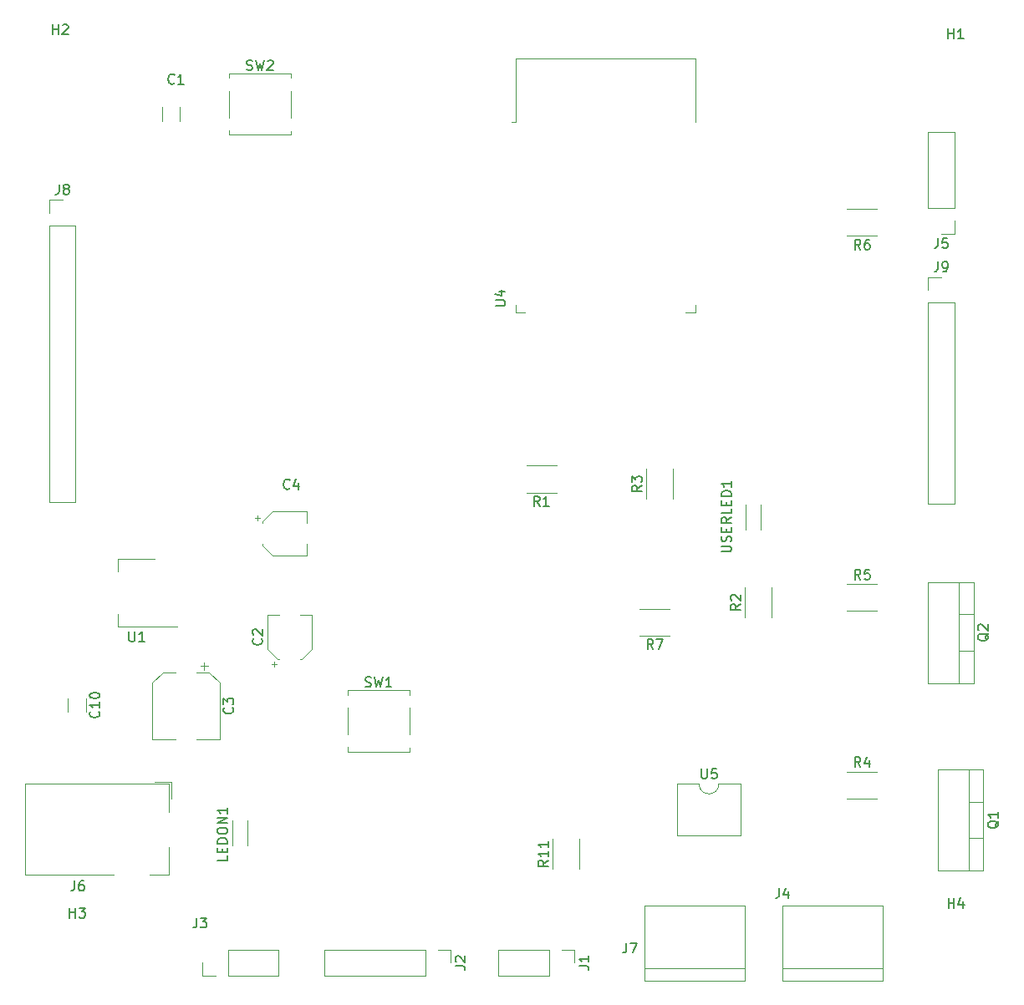
<source format=gbr>
%TF.GenerationSoftware,KiCad,Pcbnew,(6.0.7)*%
%TF.CreationDate,2022-10-25T10:47:54-05:00*%
%TF.ProjectId,Embebidos1,456d6265-6269-4646-9f73-312e6b696361,rev?*%
%TF.SameCoordinates,Original*%
%TF.FileFunction,Legend,Top*%
%TF.FilePolarity,Positive*%
%FSLAX46Y46*%
G04 Gerber Fmt 4.6, Leading zero omitted, Abs format (unit mm)*
G04 Created by KiCad (PCBNEW (6.0.7)) date 2022-10-25 10:47:54*
%MOMM*%
%LPD*%
G01*
G04 APERTURE LIST*
%ADD10C,0.150000*%
%ADD11C,0.120000*%
G04 APERTURE END LIST*
D10*
%TO.C,J6*%
X41216666Y-108702380D02*
X41216666Y-109416666D01*
X41169047Y-109559523D01*
X41073809Y-109654761D01*
X40930952Y-109702380D01*
X40835714Y-109702380D01*
X42121428Y-108702380D02*
X41930952Y-108702380D01*
X41835714Y-108750000D01*
X41788095Y-108797619D01*
X41692857Y-108940476D01*
X41645238Y-109130952D01*
X41645238Y-109511904D01*
X41692857Y-109607142D01*
X41740476Y-109654761D01*
X41835714Y-109702380D01*
X42026190Y-109702380D01*
X42121428Y-109654761D01*
X42169047Y-109607142D01*
X42216666Y-109511904D01*
X42216666Y-109273809D01*
X42169047Y-109178571D01*
X42121428Y-109130952D01*
X42026190Y-109083333D01*
X41835714Y-109083333D01*
X41740476Y-109130952D01*
X41692857Y-109178571D01*
X41645238Y-109273809D01*
%TO.C,J9*%
X128666666Y-45972380D02*
X128666666Y-46686666D01*
X128619047Y-46829523D01*
X128523809Y-46924761D01*
X128380952Y-46972380D01*
X128285714Y-46972380D01*
X129190476Y-46972380D02*
X129380952Y-46972380D01*
X129476190Y-46924761D01*
X129523809Y-46877142D01*
X129619047Y-46734285D01*
X129666666Y-46543809D01*
X129666666Y-46162857D01*
X129619047Y-46067619D01*
X129571428Y-46020000D01*
X129476190Y-45972380D01*
X129285714Y-45972380D01*
X129190476Y-46020000D01*
X129142857Y-46067619D01*
X129095238Y-46162857D01*
X129095238Y-46400952D01*
X129142857Y-46496190D01*
X129190476Y-46543809D01*
X129285714Y-46591428D01*
X129476190Y-46591428D01*
X129571428Y-46543809D01*
X129619047Y-46496190D01*
X129666666Y-46400952D01*
%TO.C,J8*%
X39666666Y-38147380D02*
X39666666Y-38861666D01*
X39619047Y-39004523D01*
X39523809Y-39099761D01*
X39380952Y-39147380D01*
X39285714Y-39147380D01*
X40285714Y-38575952D02*
X40190476Y-38528333D01*
X40142857Y-38480714D01*
X40095238Y-38385476D01*
X40095238Y-38337857D01*
X40142857Y-38242619D01*
X40190476Y-38195000D01*
X40285714Y-38147380D01*
X40476190Y-38147380D01*
X40571428Y-38195000D01*
X40619047Y-38242619D01*
X40666666Y-38337857D01*
X40666666Y-38385476D01*
X40619047Y-38480714D01*
X40571428Y-38528333D01*
X40476190Y-38575952D01*
X40285714Y-38575952D01*
X40190476Y-38623571D01*
X40142857Y-38671190D01*
X40095238Y-38766428D01*
X40095238Y-38956904D01*
X40142857Y-39052142D01*
X40190476Y-39099761D01*
X40285714Y-39147380D01*
X40476190Y-39147380D01*
X40571428Y-39099761D01*
X40619047Y-39052142D01*
X40666666Y-38956904D01*
X40666666Y-38766428D01*
X40619047Y-38671190D01*
X40571428Y-38623571D01*
X40476190Y-38575952D01*
%TO.C,C10*%
X43664742Y-91549257D02*
X43712361Y-91596876D01*
X43759980Y-91739733D01*
X43759980Y-91834971D01*
X43712361Y-91977828D01*
X43617123Y-92073066D01*
X43521885Y-92120685D01*
X43331409Y-92168304D01*
X43188552Y-92168304D01*
X42998076Y-92120685D01*
X42902838Y-92073066D01*
X42807600Y-91977828D01*
X42759980Y-91834971D01*
X42759980Y-91739733D01*
X42807600Y-91596876D01*
X42855219Y-91549257D01*
X43759980Y-90596876D02*
X43759980Y-91168304D01*
X43759980Y-90882590D02*
X42759980Y-90882590D01*
X42902838Y-90977828D01*
X42998076Y-91073066D01*
X43045695Y-91168304D01*
X42759980Y-89977828D02*
X42759980Y-89882590D01*
X42807600Y-89787352D01*
X42855219Y-89739733D01*
X42950457Y-89692114D01*
X43140933Y-89644495D01*
X43379028Y-89644495D01*
X43569504Y-89692114D01*
X43664742Y-89739733D01*
X43712361Y-89787352D01*
X43759980Y-89882590D01*
X43759980Y-89977828D01*
X43712361Y-90073066D01*
X43664742Y-90120685D01*
X43569504Y-90168304D01*
X43379028Y-90215923D01*
X43140933Y-90215923D01*
X42950457Y-90168304D01*
X42855219Y-90120685D01*
X42807600Y-90073066D01*
X42759980Y-89977828D01*
%TO.C,Q2*%
X133817619Y-83635238D02*
X133770000Y-83730476D01*
X133674761Y-83825714D01*
X133531904Y-83968571D01*
X133484285Y-84063809D01*
X133484285Y-84159047D01*
X133722380Y-84111428D02*
X133674761Y-84206666D01*
X133579523Y-84301904D01*
X133389047Y-84349523D01*
X133055714Y-84349523D01*
X132865238Y-84301904D01*
X132770000Y-84206666D01*
X132722380Y-84111428D01*
X132722380Y-83920952D01*
X132770000Y-83825714D01*
X132865238Y-83730476D01*
X133055714Y-83682857D01*
X133389047Y-83682857D01*
X133579523Y-83730476D01*
X133674761Y-83825714D01*
X133722380Y-83920952D01*
X133722380Y-84111428D01*
X132817619Y-83301904D02*
X132770000Y-83254285D01*
X132722380Y-83159047D01*
X132722380Y-82920952D01*
X132770000Y-82825714D01*
X132817619Y-82778095D01*
X132912857Y-82730476D01*
X133008095Y-82730476D01*
X133150952Y-82778095D01*
X133722380Y-83349523D01*
X133722380Y-82730476D01*
%TO.C,J2*%
X79782380Y-117333333D02*
X80496666Y-117333333D01*
X80639523Y-117380952D01*
X80734761Y-117476190D01*
X80782380Y-117619047D01*
X80782380Y-117714285D01*
X79877619Y-116904761D02*
X79830000Y-116857142D01*
X79782380Y-116761904D01*
X79782380Y-116523809D01*
X79830000Y-116428571D01*
X79877619Y-116380952D01*
X79972857Y-116333333D01*
X80068095Y-116333333D01*
X80210952Y-116380952D01*
X80782380Y-116952380D01*
X80782380Y-116333333D01*
%TO.C,U4*%
X83842380Y-50441904D02*
X84651904Y-50441904D01*
X84747142Y-50394285D01*
X84794761Y-50346666D01*
X84842380Y-50251428D01*
X84842380Y-50060952D01*
X84794761Y-49965714D01*
X84747142Y-49918095D01*
X84651904Y-49870476D01*
X83842380Y-49870476D01*
X84175714Y-48965714D02*
X84842380Y-48965714D01*
X83794761Y-49203809D02*
X84509047Y-49441904D01*
X84509047Y-48822857D01*
%TO.C,C2*%
X60157142Y-84166666D02*
X60204761Y-84214285D01*
X60252380Y-84357142D01*
X60252380Y-84452380D01*
X60204761Y-84595238D01*
X60109523Y-84690476D01*
X60014285Y-84738095D01*
X59823809Y-84785714D01*
X59680952Y-84785714D01*
X59490476Y-84738095D01*
X59395238Y-84690476D01*
X59300000Y-84595238D01*
X59252380Y-84452380D01*
X59252380Y-84357142D01*
X59300000Y-84214285D01*
X59347619Y-84166666D01*
X59347619Y-83785714D02*
X59300000Y-83738095D01*
X59252380Y-83642857D01*
X59252380Y-83404761D01*
X59300000Y-83309523D01*
X59347619Y-83261904D01*
X59442857Y-83214285D01*
X59538095Y-83214285D01*
X59680952Y-83261904D01*
X60252380Y-83833333D01*
X60252380Y-83214285D01*
%TO.C,J4*%
X112586666Y-109452380D02*
X112586666Y-110166666D01*
X112539047Y-110309523D01*
X112443809Y-110404761D01*
X112300952Y-110452380D01*
X112205714Y-110452380D01*
X113491428Y-109785714D02*
X113491428Y-110452380D01*
X113253333Y-109404761D02*
X113015238Y-110119047D01*
X113634285Y-110119047D01*
%TO.C,J1*%
X92307380Y-117333333D02*
X93021666Y-117333333D01*
X93164523Y-117380952D01*
X93259761Y-117476190D01*
X93307380Y-117619047D01*
X93307380Y-117714285D01*
X93307380Y-116333333D02*
X93307380Y-116904761D01*
X93307380Y-116619047D02*
X92307380Y-116619047D01*
X92450238Y-116714285D01*
X92545476Y-116809523D01*
X92593095Y-116904761D01*
%TO.C,R11*%
X89172380Y-106642857D02*
X88696190Y-106976190D01*
X89172380Y-107214285D02*
X88172380Y-107214285D01*
X88172380Y-106833333D01*
X88220000Y-106738095D01*
X88267619Y-106690476D01*
X88362857Y-106642857D01*
X88505714Y-106642857D01*
X88600952Y-106690476D01*
X88648571Y-106738095D01*
X88696190Y-106833333D01*
X88696190Y-107214285D01*
X89172380Y-105690476D02*
X89172380Y-106261904D01*
X89172380Y-105976190D02*
X88172380Y-105976190D01*
X88315238Y-106071428D01*
X88410476Y-106166666D01*
X88458095Y-106261904D01*
X89172380Y-104738095D02*
X89172380Y-105309523D01*
X89172380Y-105023809D02*
X88172380Y-105023809D01*
X88315238Y-105119047D01*
X88410476Y-105214285D01*
X88458095Y-105309523D01*
%TO.C,R5*%
X120833333Y-78172380D02*
X120500000Y-77696190D01*
X120261904Y-78172380D02*
X120261904Y-77172380D01*
X120642857Y-77172380D01*
X120738095Y-77220000D01*
X120785714Y-77267619D01*
X120833333Y-77362857D01*
X120833333Y-77505714D01*
X120785714Y-77600952D01*
X120738095Y-77648571D01*
X120642857Y-77696190D01*
X120261904Y-77696190D01*
X121738095Y-77172380D02*
X121261904Y-77172380D01*
X121214285Y-77648571D01*
X121261904Y-77600952D01*
X121357142Y-77553333D01*
X121595238Y-77553333D01*
X121690476Y-77600952D01*
X121738095Y-77648571D01*
X121785714Y-77743809D01*
X121785714Y-77981904D01*
X121738095Y-78077142D01*
X121690476Y-78124761D01*
X121595238Y-78172380D01*
X121357142Y-78172380D01*
X121261904Y-78124761D01*
X121214285Y-78077142D01*
%TO.C,H1*%
X129678095Y-23332380D02*
X129678095Y-22332380D01*
X129678095Y-22808571D02*
X130249523Y-22808571D01*
X130249523Y-23332380D02*
X130249523Y-22332380D01*
X131249523Y-23332380D02*
X130678095Y-23332380D01*
X130963809Y-23332380D02*
X130963809Y-22332380D01*
X130868571Y-22475238D01*
X130773333Y-22570476D01*
X130678095Y-22618095D01*
%TO.C,H3*%
X40738095Y-112452380D02*
X40738095Y-111452380D01*
X40738095Y-111928571D02*
X41309523Y-111928571D01*
X41309523Y-112452380D02*
X41309523Y-111452380D01*
X41690476Y-111452380D02*
X42309523Y-111452380D01*
X41976190Y-111833333D01*
X42119047Y-111833333D01*
X42214285Y-111880952D01*
X42261904Y-111928571D01*
X42309523Y-112023809D01*
X42309523Y-112261904D01*
X42261904Y-112357142D01*
X42214285Y-112404761D01*
X42119047Y-112452380D01*
X41833333Y-112452380D01*
X41738095Y-112404761D01*
X41690476Y-112357142D01*
%TO.C,R2*%
X108672380Y-80666666D02*
X108196190Y-81000000D01*
X108672380Y-81238095D02*
X107672380Y-81238095D01*
X107672380Y-80857142D01*
X107720000Y-80761904D01*
X107767619Y-80714285D01*
X107862857Y-80666666D01*
X108005714Y-80666666D01*
X108100952Y-80714285D01*
X108148571Y-80761904D01*
X108196190Y-80857142D01*
X108196190Y-81238095D01*
X107767619Y-80285714D02*
X107720000Y-80238095D01*
X107672380Y-80142857D01*
X107672380Y-79904761D01*
X107720000Y-79809523D01*
X107767619Y-79761904D01*
X107862857Y-79714285D01*
X107958095Y-79714285D01*
X108100952Y-79761904D01*
X108672380Y-80333333D01*
X108672380Y-79714285D01*
%TO.C,R3*%
X98672380Y-68666666D02*
X98196190Y-69000000D01*
X98672380Y-69238095D02*
X97672380Y-69238095D01*
X97672380Y-68857142D01*
X97720000Y-68761904D01*
X97767619Y-68714285D01*
X97862857Y-68666666D01*
X98005714Y-68666666D01*
X98100952Y-68714285D01*
X98148571Y-68761904D01*
X98196190Y-68857142D01*
X98196190Y-69238095D01*
X97672380Y-68333333D02*
X97672380Y-67714285D01*
X98053333Y-68047619D01*
X98053333Y-67904761D01*
X98100952Y-67809523D01*
X98148571Y-67761904D01*
X98243809Y-67714285D01*
X98481904Y-67714285D01*
X98577142Y-67761904D01*
X98624761Y-67809523D01*
X98672380Y-67904761D01*
X98672380Y-68190476D01*
X98624761Y-68285714D01*
X98577142Y-68333333D01*
%TO.C,SW1*%
X70666666Y-89004761D02*
X70809523Y-89052380D01*
X71047619Y-89052380D01*
X71142857Y-89004761D01*
X71190476Y-88957142D01*
X71238095Y-88861904D01*
X71238095Y-88766666D01*
X71190476Y-88671428D01*
X71142857Y-88623809D01*
X71047619Y-88576190D01*
X70857142Y-88528571D01*
X70761904Y-88480952D01*
X70714285Y-88433333D01*
X70666666Y-88338095D01*
X70666666Y-88242857D01*
X70714285Y-88147619D01*
X70761904Y-88100000D01*
X70857142Y-88052380D01*
X71095238Y-88052380D01*
X71238095Y-88100000D01*
X71571428Y-88052380D02*
X71809523Y-89052380D01*
X72000000Y-88338095D01*
X72190476Y-89052380D01*
X72428571Y-88052380D01*
X73333333Y-89052380D02*
X72761904Y-89052380D01*
X73047619Y-89052380D02*
X73047619Y-88052380D01*
X72952380Y-88195238D01*
X72857142Y-88290476D01*
X72761904Y-88338095D01*
%TO.C,H2*%
X39008095Y-22922380D02*
X39008095Y-21922380D01*
X39008095Y-22398571D02*
X39579523Y-22398571D01*
X39579523Y-22922380D02*
X39579523Y-21922380D01*
X40008095Y-22017619D02*
X40055714Y-21970000D01*
X40150952Y-21922380D01*
X40389047Y-21922380D01*
X40484285Y-21970000D01*
X40531904Y-22017619D01*
X40579523Y-22112857D01*
X40579523Y-22208095D01*
X40531904Y-22350952D01*
X39960476Y-22922380D01*
X40579523Y-22922380D01*
%TO.C,J5*%
X128666666Y-43582380D02*
X128666666Y-44296666D01*
X128619047Y-44439523D01*
X128523809Y-44534761D01*
X128380952Y-44582380D01*
X128285714Y-44582380D01*
X129619047Y-43582380D02*
X129142857Y-43582380D01*
X129095238Y-44058571D01*
X129142857Y-44010952D01*
X129238095Y-43963333D01*
X129476190Y-43963333D01*
X129571428Y-44010952D01*
X129619047Y-44058571D01*
X129666666Y-44153809D01*
X129666666Y-44391904D01*
X129619047Y-44487142D01*
X129571428Y-44534761D01*
X129476190Y-44582380D01*
X129238095Y-44582380D01*
X129142857Y-44534761D01*
X129095238Y-44487142D01*
%TO.C,R7*%
X99833333Y-85232380D02*
X99500000Y-84756190D01*
X99261904Y-85232380D02*
X99261904Y-84232380D01*
X99642857Y-84232380D01*
X99738095Y-84280000D01*
X99785714Y-84327619D01*
X99833333Y-84422857D01*
X99833333Y-84565714D01*
X99785714Y-84660952D01*
X99738095Y-84708571D01*
X99642857Y-84756190D01*
X99261904Y-84756190D01*
X100166666Y-84232380D02*
X100833333Y-84232380D01*
X100404761Y-85232380D01*
%TO.C,Q1*%
X134817619Y-102635238D02*
X134770000Y-102730476D01*
X134674761Y-102825714D01*
X134531904Y-102968571D01*
X134484285Y-103063809D01*
X134484285Y-103159047D01*
X134722380Y-103111428D02*
X134674761Y-103206666D01*
X134579523Y-103301904D01*
X134389047Y-103349523D01*
X134055714Y-103349523D01*
X133865238Y-103301904D01*
X133770000Y-103206666D01*
X133722380Y-103111428D01*
X133722380Y-102920952D01*
X133770000Y-102825714D01*
X133865238Y-102730476D01*
X134055714Y-102682857D01*
X134389047Y-102682857D01*
X134579523Y-102730476D01*
X134674761Y-102825714D01*
X134722380Y-102920952D01*
X134722380Y-103111428D01*
X134722380Y-101730476D02*
X134722380Y-102301904D01*
X134722380Y-102016190D02*
X133722380Y-102016190D01*
X133865238Y-102111428D01*
X133960476Y-102206666D01*
X134008095Y-102301904D01*
%TO.C,C4*%
X63018733Y-68929542D02*
X62971114Y-68977161D01*
X62828257Y-69024780D01*
X62733019Y-69024780D01*
X62590161Y-68977161D01*
X62494923Y-68881923D01*
X62447304Y-68786685D01*
X62399685Y-68596209D01*
X62399685Y-68453352D01*
X62447304Y-68262876D01*
X62494923Y-68167638D01*
X62590161Y-68072400D01*
X62733019Y-68024780D01*
X62828257Y-68024780D01*
X62971114Y-68072400D01*
X63018733Y-68120019D01*
X63875876Y-68358114D02*
X63875876Y-69024780D01*
X63637780Y-67977161D02*
X63399685Y-68691447D01*
X64018733Y-68691447D01*
%TO.C,C3*%
X57207142Y-91166666D02*
X57254761Y-91214285D01*
X57302380Y-91357142D01*
X57302380Y-91452380D01*
X57254761Y-91595238D01*
X57159523Y-91690476D01*
X57064285Y-91738095D01*
X56873809Y-91785714D01*
X56730952Y-91785714D01*
X56540476Y-91738095D01*
X56445238Y-91690476D01*
X56350000Y-91595238D01*
X56302380Y-91452380D01*
X56302380Y-91357142D01*
X56350000Y-91214285D01*
X56397619Y-91166666D01*
X56302380Y-90833333D02*
X56302380Y-90214285D01*
X56683333Y-90547619D01*
X56683333Y-90404761D01*
X56730952Y-90309523D01*
X56778571Y-90261904D01*
X56873809Y-90214285D01*
X57111904Y-90214285D01*
X57207142Y-90261904D01*
X57254761Y-90309523D01*
X57302380Y-90404761D01*
X57302380Y-90690476D01*
X57254761Y-90785714D01*
X57207142Y-90833333D01*
%TO.C,R4*%
X120833333Y-97172380D02*
X120500000Y-96696190D01*
X120261904Y-97172380D02*
X120261904Y-96172380D01*
X120642857Y-96172380D01*
X120738095Y-96220000D01*
X120785714Y-96267619D01*
X120833333Y-96362857D01*
X120833333Y-96505714D01*
X120785714Y-96600952D01*
X120738095Y-96648571D01*
X120642857Y-96696190D01*
X120261904Y-96696190D01*
X121690476Y-96505714D02*
X121690476Y-97172380D01*
X121452380Y-96124761D02*
X121214285Y-96839047D01*
X121833333Y-96839047D01*
%TO.C,U1*%
X46738095Y-83452380D02*
X46738095Y-84261904D01*
X46785714Y-84357142D01*
X46833333Y-84404761D01*
X46928571Y-84452380D01*
X47119047Y-84452380D01*
X47214285Y-84404761D01*
X47261904Y-84357142D01*
X47309523Y-84261904D01*
X47309523Y-83452380D01*
X48309523Y-84452380D02*
X47738095Y-84452380D01*
X48023809Y-84452380D02*
X48023809Y-83452380D01*
X47928571Y-83595238D01*
X47833333Y-83690476D01*
X47738095Y-83738095D01*
%TO.C,USERLED1*%
X106734580Y-75344419D02*
X107544104Y-75344419D01*
X107639342Y-75296800D01*
X107686961Y-75249180D01*
X107734580Y-75153942D01*
X107734580Y-74963466D01*
X107686961Y-74868228D01*
X107639342Y-74820609D01*
X107544104Y-74772990D01*
X106734580Y-74772990D01*
X107686961Y-74344419D02*
X107734580Y-74201561D01*
X107734580Y-73963466D01*
X107686961Y-73868228D01*
X107639342Y-73820609D01*
X107544104Y-73772990D01*
X107448866Y-73772990D01*
X107353628Y-73820609D01*
X107306009Y-73868228D01*
X107258390Y-73963466D01*
X107210771Y-74153942D01*
X107163152Y-74249180D01*
X107115533Y-74296800D01*
X107020295Y-74344419D01*
X106925057Y-74344419D01*
X106829819Y-74296800D01*
X106782200Y-74249180D01*
X106734580Y-74153942D01*
X106734580Y-73915847D01*
X106782200Y-73772990D01*
X107210771Y-73344419D02*
X107210771Y-73011085D01*
X107734580Y-72868228D02*
X107734580Y-73344419D01*
X106734580Y-73344419D01*
X106734580Y-72868228D01*
X107734580Y-71868228D02*
X107258390Y-72201561D01*
X107734580Y-72439657D02*
X106734580Y-72439657D01*
X106734580Y-72058704D01*
X106782200Y-71963466D01*
X106829819Y-71915847D01*
X106925057Y-71868228D01*
X107067914Y-71868228D01*
X107163152Y-71915847D01*
X107210771Y-71963466D01*
X107258390Y-72058704D01*
X107258390Y-72439657D01*
X107734580Y-70963466D02*
X107734580Y-71439657D01*
X106734580Y-71439657D01*
X107210771Y-70630133D02*
X107210771Y-70296800D01*
X107734580Y-70153942D02*
X107734580Y-70630133D01*
X106734580Y-70630133D01*
X106734580Y-70153942D01*
X107734580Y-69725371D02*
X106734580Y-69725371D01*
X106734580Y-69487276D01*
X106782200Y-69344419D01*
X106877438Y-69249180D01*
X106972676Y-69201561D01*
X107163152Y-69153942D01*
X107306009Y-69153942D01*
X107496485Y-69201561D01*
X107591723Y-69249180D01*
X107686961Y-69344419D01*
X107734580Y-69487276D01*
X107734580Y-69725371D01*
X107734580Y-68201561D02*
X107734580Y-68772990D01*
X107734580Y-68487276D02*
X106734580Y-68487276D01*
X106877438Y-68582514D01*
X106972676Y-68677752D01*
X107020295Y-68772990D01*
%TO.C,SW2*%
X58666666Y-26504761D02*
X58809523Y-26552380D01*
X59047619Y-26552380D01*
X59142857Y-26504761D01*
X59190476Y-26457142D01*
X59238095Y-26361904D01*
X59238095Y-26266666D01*
X59190476Y-26171428D01*
X59142857Y-26123809D01*
X59047619Y-26076190D01*
X58857142Y-26028571D01*
X58761904Y-25980952D01*
X58714285Y-25933333D01*
X58666666Y-25838095D01*
X58666666Y-25742857D01*
X58714285Y-25647619D01*
X58761904Y-25600000D01*
X58857142Y-25552380D01*
X59095238Y-25552380D01*
X59238095Y-25600000D01*
X59571428Y-25552380D02*
X59809523Y-26552380D01*
X60000000Y-25838095D01*
X60190476Y-26552380D01*
X60428571Y-25552380D01*
X60761904Y-25647619D02*
X60809523Y-25600000D01*
X60904761Y-25552380D01*
X61142857Y-25552380D01*
X61238095Y-25600000D01*
X61285714Y-25647619D01*
X61333333Y-25742857D01*
X61333333Y-25838095D01*
X61285714Y-25980952D01*
X60714285Y-26552380D01*
X61333333Y-26552380D01*
%TO.C,U5*%
X104718095Y-97347380D02*
X104718095Y-98156904D01*
X104765714Y-98252142D01*
X104813333Y-98299761D01*
X104908571Y-98347380D01*
X105099047Y-98347380D01*
X105194285Y-98299761D01*
X105241904Y-98252142D01*
X105289523Y-98156904D01*
X105289523Y-97347380D01*
X106241904Y-97347380D02*
X105765714Y-97347380D01*
X105718095Y-97823571D01*
X105765714Y-97775952D01*
X105860952Y-97728333D01*
X106099047Y-97728333D01*
X106194285Y-97775952D01*
X106241904Y-97823571D01*
X106289523Y-97918809D01*
X106289523Y-98156904D01*
X106241904Y-98252142D01*
X106194285Y-98299761D01*
X106099047Y-98347380D01*
X105860952Y-98347380D01*
X105765714Y-98299761D01*
X105718095Y-98252142D01*
%TO.C,LEDON1*%
X56702380Y-106166666D02*
X56702380Y-106642857D01*
X55702380Y-106642857D01*
X56178571Y-105833333D02*
X56178571Y-105500000D01*
X56702380Y-105357142D02*
X56702380Y-105833333D01*
X55702380Y-105833333D01*
X55702380Y-105357142D01*
X56702380Y-104928571D02*
X55702380Y-104928571D01*
X55702380Y-104690476D01*
X55750000Y-104547619D01*
X55845238Y-104452380D01*
X55940476Y-104404761D01*
X56130952Y-104357142D01*
X56273809Y-104357142D01*
X56464285Y-104404761D01*
X56559523Y-104452380D01*
X56654761Y-104547619D01*
X56702380Y-104690476D01*
X56702380Y-104928571D01*
X55702380Y-103738095D02*
X55702380Y-103547619D01*
X55750000Y-103452380D01*
X55845238Y-103357142D01*
X56035714Y-103309523D01*
X56369047Y-103309523D01*
X56559523Y-103357142D01*
X56654761Y-103452380D01*
X56702380Y-103547619D01*
X56702380Y-103738095D01*
X56654761Y-103833333D01*
X56559523Y-103928571D01*
X56369047Y-103976190D01*
X56035714Y-103976190D01*
X55845238Y-103928571D01*
X55750000Y-103833333D01*
X55702380Y-103738095D01*
X56702380Y-102880952D02*
X55702380Y-102880952D01*
X56702380Y-102309523D01*
X55702380Y-102309523D01*
X56702380Y-101309523D02*
X56702380Y-101880952D01*
X56702380Y-101595238D02*
X55702380Y-101595238D01*
X55845238Y-101690476D01*
X55940476Y-101785714D01*
X55988095Y-101880952D01*
%TO.C,H4*%
X129738095Y-111452380D02*
X129738095Y-110452380D01*
X129738095Y-110928571D02*
X130309523Y-110928571D01*
X130309523Y-111452380D02*
X130309523Y-110452380D01*
X131214285Y-110785714D02*
X131214285Y-111452380D01*
X130976190Y-110404761D02*
X130738095Y-111119047D01*
X131357142Y-111119047D01*
%TO.C,C1*%
X51333333Y-27857142D02*
X51285714Y-27904761D01*
X51142857Y-27952380D01*
X51047619Y-27952380D01*
X50904761Y-27904761D01*
X50809523Y-27809523D01*
X50761904Y-27714285D01*
X50714285Y-27523809D01*
X50714285Y-27380952D01*
X50761904Y-27190476D01*
X50809523Y-27095238D01*
X50904761Y-27000000D01*
X51047619Y-26952380D01*
X51142857Y-26952380D01*
X51285714Y-27000000D01*
X51333333Y-27047619D01*
X52285714Y-27952380D02*
X51714285Y-27952380D01*
X52000000Y-27952380D02*
X52000000Y-26952380D01*
X51904761Y-27095238D01*
X51809523Y-27190476D01*
X51714285Y-27238095D01*
%TO.C,R1*%
X88333333Y-70732380D02*
X88000000Y-70256190D01*
X87761904Y-70732380D02*
X87761904Y-69732380D01*
X88142857Y-69732380D01*
X88238095Y-69780000D01*
X88285714Y-69827619D01*
X88333333Y-69922857D01*
X88333333Y-70065714D01*
X88285714Y-70160952D01*
X88238095Y-70208571D01*
X88142857Y-70256190D01*
X87761904Y-70256190D01*
X89285714Y-70732380D02*
X88714285Y-70732380D01*
X89000000Y-70732380D02*
X89000000Y-69732380D01*
X88904761Y-69875238D01*
X88809523Y-69970476D01*
X88714285Y-70018095D01*
%TO.C,J7*%
X97126666Y-114992380D02*
X97126666Y-115706666D01*
X97079047Y-115849523D01*
X96983809Y-115944761D01*
X96840952Y-115992380D01*
X96745714Y-115992380D01*
X97507619Y-114992380D02*
X98174285Y-114992380D01*
X97745714Y-115992380D01*
%TO.C,R6*%
X120833333Y-44732380D02*
X120500000Y-44256190D01*
X120261904Y-44732380D02*
X120261904Y-43732380D01*
X120642857Y-43732380D01*
X120738095Y-43780000D01*
X120785714Y-43827619D01*
X120833333Y-43922857D01*
X120833333Y-44065714D01*
X120785714Y-44160952D01*
X120738095Y-44208571D01*
X120642857Y-44256190D01*
X120261904Y-44256190D01*
X121690476Y-43732380D02*
X121500000Y-43732380D01*
X121404761Y-43780000D01*
X121357142Y-43827619D01*
X121261904Y-43970476D01*
X121214285Y-44160952D01*
X121214285Y-44541904D01*
X121261904Y-44637142D01*
X121309523Y-44684761D01*
X121404761Y-44732380D01*
X121595238Y-44732380D01*
X121690476Y-44684761D01*
X121738095Y-44637142D01*
X121785714Y-44541904D01*
X121785714Y-44303809D01*
X121738095Y-44208571D01*
X121690476Y-44160952D01*
X121595238Y-44113333D01*
X121404761Y-44113333D01*
X121309523Y-44160952D01*
X121261904Y-44208571D01*
X121214285Y-44303809D01*
%TO.C,J3*%
X53601666Y-112452380D02*
X53601666Y-113166666D01*
X53554047Y-113309523D01*
X53458809Y-113404761D01*
X53315952Y-113452380D01*
X53220714Y-113452380D01*
X53982619Y-112452380D02*
X54601666Y-112452380D01*
X54268333Y-112833333D01*
X54411190Y-112833333D01*
X54506428Y-112880952D01*
X54554047Y-112928571D01*
X54601666Y-113023809D01*
X54601666Y-113261904D01*
X54554047Y-113357142D01*
X54506428Y-113404761D01*
X54411190Y-113452380D01*
X54125476Y-113452380D01*
X54030238Y-113404761D01*
X53982619Y-113357142D01*
D11*
%TO.C,J6*%
X50800000Y-98900000D02*
X50800000Y-101700000D01*
X36200000Y-108100000D02*
X36200000Y-98900000D01*
X50800000Y-105300000D02*
X50800000Y-108100000D01*
X36200000Y-98900000D02*
X50800000Y-98900000D01*
X50800000Y-108100000D02*
X48800000Y-108100000D01*
X45200000Y-108100000D02*
X36200000Y-108100000D01*
X51040000Y-98660000D02*
X51040000Y-100400000D01*
X49300000Y-98660000D02*
X51040000Y-98660000D01*
%TO.C,J9*%
X127670000Y-48850000D02*
X127670000Y-47520000D01*
X127670000Y-50120000D02*
X127670000Y-70500000D01*
X130330000Y-50120000D02*
X130330000Y-70500000D01*
X127670000Y-50120000D02*
X130330000Y-50120000D01*
X127670000Y-70500000D02*
X130330000Y-70500000D01*
X127670000Y-47520000D02*
X129000000Y-47520000D01*
%TO.C,J8*%
X41330000Y-42295000D02*
X41330000Y-70295000D01*
X38670000Y-70295000D02*
X41330000Y-70295000D01*
X38670000Y-42295000D02*
X38670000Y-70295000D01*
X38670000Y-41025000D02*
X38670000Y-39695000D01*
X38670000Y-39695000D02*
X40000000Y-39695000D01*
X38670000Y-42295000D02*
X41330000Y-42295000D01*
%TO.C,C10*%
X42367600Y-90195148D02*
X42367600Y-91617652D01*
X40547600Y-90195148D02*
X40547600Y-91617652D01*
%TO.C,Q2*%
X130760000Y-78420000D02*
X130760000Y-88660000D01*
X132270000Y-85391000D02*
X130760000Y-85391000D01*
X132270000Y-78420000D02*
X132270000Y-88660000D01*
X132270000Y-78420000D02*
X127629000Y-78420000D01*
X132270000Y-81690000D02*
X130760000Y-81690000D01*
X127629000Y-78420000D02*
X127629000Y-88660000D01*
X132270000Y-88660000D02*
X127629000Y-88660000D01*
%TO.C,J2*%
X79330000Y-115670000D02*
X79330000Y-117000000D01*
X76730000Y-118330000D02*
X66510000Y-118330000D01*
X76730000Y-115670000D02*
X76730000Y-118330000D01*
X66510000Y-115670000D02*
X66510000Y-118330000D01*
X78000000Y-115670000D02*
X79330000Y-115670000D01*
X76730000Y-115670000D02*
X66510000Y-115670000D01*
%TO.C,U4*%
X104120000Y-25385000D02*
X104120000Y-31805000D01*
X85880000Y-31805000D02*
X85500000Y-31805000D01*
X85880000Y-51130000D02*
X86880000Y-51130000D01*
X85880000Y-25385000D02*
X104120000Y-25385000D01*
X104120000Y-50350000D02*
X104120000Y-51130000D01*
X85880000Y-25385000D02*
X85880000Y-31805000D01*
X85880000Y-50350000D02*
X85880000Y-51130000D01*
X104120000Y-51130000D02*
X103120000Y-51130000D01*
%TO.C,C2*%
X60740000Y-85195563D02*
X60740000Y-81740000D01*
X60740000Y-81740000D02*
X61940000Y-81740000D01*
X61804437Y-86260000D02*
X60740000Y-85195563D01*
X65260000Y-81740000D02*
X64060000Y-81740000D01*
X64195563Y-86260000D02*
X65260000Y-85195563D01*
X61804437Y-86260000D02*
X61940000Y-86260000D01*
X61190000Y-86750000D02*
X61690000Y-86750000D01*
X61440000Y-87000000D02*
X61440000Y-86500000D01*
X64195563Y-86260000D02*
X64060000Y-86260000D01*
X65260000Y-85195563D02*
X65260000Y-81740000D01*
%TO.C,J4*%
X112920000Y-111190000D02*
X112920000Y-118810000D01*
X112920000Y-118810000D02*
X123080000Y-118810000D01*
X123080000Y-118810000D02*
X123080000Y-111190000D01*
X123080000Y-111190000D02*
X112920000Y-111190000D01*
X123080000Y-117540000D02*
X112920000Y-117540000D01*
%TO.C,J1*%
X89255000Y-115670000D02*
X84115000Y-115670000D01*
X91855000Y-115670000D02*
X91855000Y-117000000D01*
X90525000Y-115670000D02*
X91855000Y-115670000D01*
X89255000Y-115670000D02*
X89255000Y-118330000D01*
X84115000Y-115670000D02*
X84115000Y-118330000D01*
X89255000Y-118330000D02*
X84115000Y-118330000D01*
%TO.C,R11*%
X89640000Y-107527064D02*
X89640000Y-104472936D01*
X92360000Y-107527064D02*
X92360000Y-104472936D01*
%TO.C,R5*%
X119472936Y-81360000D02*
X122527064Y-81360000D01*
X119472936Y-78640000D02*
X122527064Y-78640000D01*
%TO.C,R2*%
X109140000Y-82027064D02*
X109140000Y-78972936D01*
X111860000Y-82027064D02*
X111860000Y-78972936D01*
%TO.C,R3*%
X101860000Y-70027064D02*
X101860000Y-66972936D01*
X99140000Y-70027064D02*
X99140000Y-66972936D01*
%TO.C,SW1*%
X68850000Y-95600000D02*
X75150000Y-95600000D01*
X75150000Y-91150000D02*
X75150000Y-93850000D01*
X75150000Y-89400000D02*
X75150000Y-89850000D01*
X68850000Y-95150000D02*
X68850000Y-95600000D01*
X68850000Y-89850000D02*
X68850000Y-89400000D01*
X68850000Y-89400000D02*
X75150000Y-89400000D01*
X75150000Y-95600000D02*
X75150000Y-95200000D01*
X68850000Y-93850000D02*
X68850000Y-91150000D01*
%TO.C,J5*%
X130330000Y-40530000D02*
X127670000Y-40530000D01*
X130330000Y-41800000D02*
X130330000Y-43130000D01*
X130330000Y-40530000D02*
X130330000Y-32850000D01*
X130330000Y-32850000D02*
X127670000Y-32850000D01*
X127670000Y-40530000D02*
X127670000Y-32850000D01*
X130330000Y-43130000D02*
X129000000Y-43130000D01*
%TO.C,R7*%
X101527064Y-83860000D02*
X98472936Y-83860000D01*
X101527064Y-81140000D02*
X98472936Y-81140000D01*
%TO.C,Q1*%
X133270000Y-100690000D02*
X131760000Y-100690000D01*
X133270000Y-104391000D02*
X131760000Y-104391000D01*
X133270000Y-107660000D02*
X128629000Y-107660000D01*
X133270000Y-97420000D02*
X128629000Y-97420000D01*
X128629000Y-97420000D02*
X128629000Y-107660000D01*
X131760000Y-97420000D02*
X131760000Y-107660000D01*
X133270000Y-97420000D02*
X133270000Y-107660000D01*
%TO.C,C4*%
X64760000Y-75760000D02*
X64760000Y-74560000D01*
X59500000Y-71940000D02*
X60000000Y-71940000D01*
X59750000Y-71690000D02*
X59750000Y-72190000D01*
X61304437Y-75760000D02*
X64760000Y-75760000D01*
X60240000Y-72304437D02*
X61304437Y-71240000D01*
X60240000Y-74695563D02*
X61304437Y-75760000D01*
X64760000Y-71240000D02*
X64760000Y-72440000D01*
X60240000Y-74695563D02*
X60240000Y-74560000D01*
X61304437Y-71240000D02*
X64760000Y-71240000D01*
X60240000Y-72304437D02*
X60240000Y-72440000D01*
%TO.C,C3*%
X49090000Y-88654437D02*
X49090000Y-94410000D01*
X50154437Y-87590000D02*
X49090000Y-88654437D01*
X49090000Y-94410000D02*
X51440000Y-94410000D01*
X54845563Y-87590000D02*
X53560000Y-87590000D01*
X55910000Y-88654437D02*
X55910000Y-94410000D01*
X55910000Y-94410000D02*
X53560000Y-94410000D01*
X54347500Y-86562500D02*
X54347500Y-87350000D01*
X54845563Y-87590000D02*
X55910000Y-88654437D01*
X50154437Y-87590000D02*
X51440000Y-87590000D01*
X54741250Y-86956250D02*
X53953750Y-86956250D01*
%TO.C,R4*%
X119472936Y-97640000D02*
X122527064Y-97640000D01*
X119472936Y-100360000D02*
X122527064Y-100360000D01*
%TO.C,U1*%
X45590000Y-76090000D02*
X45590000Y-77350000D01*
X45590000Y-82910000D02*
X45590000Y-81650000D01*
X49350000Y-76090000D02*
X45590000Y-76090000D01*
X51600000Y-82910000D02*
X45590000Y-82910000D01*
%TO.C,USERLED1*%
X110750000Y-73150000D02*
X110750000Y-70600000D01*
X109200000Y-70600000D02*
X109200000Y-73150000D01*
%TO.C,SW2*%
X56850000Y-33100000D02*
X63150000Y-33100000D01*
X56850000Y-32650000D02*
X56850000Y-33100000D01*
X56850000Y-27350000D02*
X56850000Y-26900000D01*
X63150000Y-26900000D02*
X63150000Y-27350000D01*
X63150000Y-28650000D02*
X63150000Y-31350000D01*
X56850000Y-26900000D02*
X63150000Y-26900000D01*
X56850000Y-31350000D02*
X56850000Y-28650000D01*
X63150000Y-33100000D02*
X63150000Y-32700000D01*
%TO.C,U5*%
X108715000Y-98895000D02*
X106480000Y-98895000D01*
X102245000Y-98895000D02*
X102245000Y-104095000D01*
X104480000Y-98895000D02*
X102245000Y-98895000D01*
X108715000Y-104095000D02*
X108715000Y-98895000D01*
X102245000Y-104095000D02*
X108715000Y-104095000D01*
X104480000Y-98895000D02*
G75*
G03*
X106480000Y-98895000I1000000J0D01*
G01*
%TO.C,LEDON1*%
X57200000Y-102600000D02*
X57200000Y-105150000D01*
X58750000Y-105150000D02*
X58750000Y-102600000D01*
%TO.C,C1*%
X50090000Y-31711252D02*
X50090000Y-30288748D01*
X51910000Y-31711252D02*
X51910000Y-30288748D01*
%TO.C,R1*%
X90027064Y-69360000D02*
X86972936Y-69360000D01*
X90027064Y-66640000D02*
X86972936Y-66640000D01*
%TO.C,J7*%
X98920000Y-111190000D02*
X98920000Y-118810000D01*
X98920000Y-118810000D02*
X109080000Y-118810000D01*
X109080000Y-111190000D02*
X98920000Y-111190000D01*
X109080000Y-118810000D02*
X109080000Y-111190000D01*
X109080000Y-117540000D02*
X98920000Y-117540000D01*
%TO.C,R6*%
X122527064Y-43360000D02*
X119472936Y-43360000D01*
X122527064Y-40640000D02*
X119472936Y-40640000D01*
%TO.C,J3*%
X54145000Y-118330000D02*
X54145000Y-117000000D01*
X56745000Y-118330000D02*
X56745000Y-115670000D01*
X55475000Y-118330000D02*
X54145000Y-118330000D01*
X61885000Y-118330000D02*
X61885000Y-115670000D01*
X56745000Y-118330000D02*
X61885000Y-118330000D01*
X56745000Y-115670000D02*
X61885000Y-115670000D01*
%TD*%
M02*

</source>
